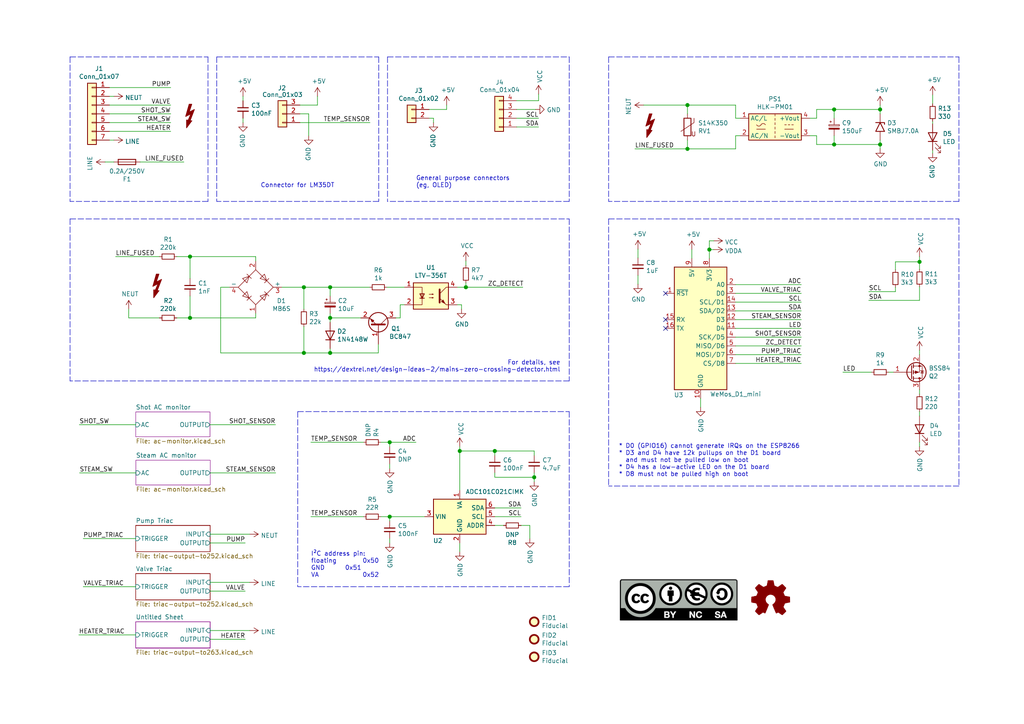
<source format=kicad_sch>
(kicad_sch (version 20201015) (generator eeschema)
  (paper "A4")
  (title_block (title "MadPresso controller") (date "2020-11-18") (rev "1.2"))
  (lib_symbols
    (symbol "Connector_Generic:Conn_01x02" (pin_names (offset 1.016) hide)
      (property "Reference" "J" (at 0 2.54 0))
      (property "Value" "Conn_01x02" (at 0 -5.08 0))
      (symbol "Conn_01x02_1_1"
        (pin passive line (at -5.08 0 0) (length 3.81) (name "Pin_1") (number "1"))
        (pin passive line (at -5.08 -2.54 0) (length 3.81) (name "Pin_2") (number "2"))
      )
    )
    (symbol "Connector_Generic:Conn_01x03" (pin_names (offset 1.016) hide)
      (property "Reference" "J" (at 0 5.08 0))
      (property "Value" "Conn_01x03" (at 0 -5.08 0))
      (symbol "Conn_01x03_1_1"
        (pin passive line (at -5.08 2.54 0) (length 3.81) (name "Pin_1") (number "1"))
        (pin passive line (at -5.08 0 0) (length 3.81) (name "Pin_2") (number "2"))
        (pin passive line (at -5.08 -2.54 0) (length 3.81) (name "Pin_3") (number "3"))
      )
    )
    (symbol "Connector_Generic:Conn_01x04" (pin_names (offset 1.016) hide)
      (property "Reference" "J" (at 0 5.08 0))
      (property "Value" "Conn_01x04" (at 0 -7.62 0))
      (symbol "Conn_01x04_1_1"
        (pin passive line (at -5.08 2.54 0) (length 3.81) (name "Pin_1") (number "1"))
        (pin passive line (at -5.08 0 0) (length 3.81) (name "Pin_2") (number "2"))
        (pin passive line (at -5.08 -2.54 0) (length 3.81) (name "Pin_3") (number "3"))
        (pin passive line (at -5.08 -5.08 0) (length 3.81) (name "Pin_4") (number "4"))
      )
    )
    (symbol "Connector_Generic:Conn_01x07" (pin_names (offset 1.016) hide)
      (property "Reference" "J" (at 0 10.16 0))
      (property "Value" "Conn_01x07" (at 0 -10.16 0))
      (symbol "Conn_01x07_1_1"
        (pin passive line (at -5.08 7.62 0) (length 3.81) (name "Pin_1") (number "1"))
        (pin passive line (at -5.08 5.08 0) (length 3.81) (name "Pin_2") (number "2"))
        (pin passive line (at -5.08 2.54 0) (length 3.81) (name "Pin_3") (number "3"))
        (pin passive line (at -5.08 0 0) (length 3.81) (name "Pin_4") (number "4"))
        (pin passive line (at -5.08 -2.54 0) (length 3.81) (name "Pin_5") (number "5"))
        (pin passive line (at -5.08 -5.08 0) (length 3.81) (name "Pin_6") (number "6"))
        (pin passive line (at -5.08 -7.62 0) (length 3.81) (name "Pin_7") (number "7"))
      )
    )
    (symbol "Converter_ACDC:HLK-PM01"
      (property "Reference" "PS" (at 0 5.08 0))
      (property "Value" "HLK-PM01" (at 0 -5.08 0))
      (symbol "HLK-PM01_1_1"
        (pin power_in line (at -10.16 2.54 0) (length 2.54) (name "AC/L") (number "1"))
        (pin power_in line (at -10.16 -2.54 0) (length 2.54) (name "AC/N") (number "2"))
        (pin power_out line (at 10.16 -2.54 180) (length 2.54) (name "-Vout") (number "3"))
        (pin power_out line (at 10.16 2.54 180) (length 2.54) (name "+Vout") (number "4"))
      )
    )
    (symbol "Device:CP_Small" (pin_numbers hide) (pin_names (offset 0.254) hide)
      (property "Reference" "C" (at 0.254 1.778 0))
      (property "Value" "CP_Small" (at 0.254 -2.032 0))
      (symbol "CP_Small_1_1"
        (pin passive line (at 0 2.54 270) (length 1.8542) (name "~") (number "1"))
        (pin passive line (at 0 -2.54 90) (length 1.8542) (name "~") (number "2"))
      )
    )
    (symbol "Device:C_Small" (pin_numbers hide) (pin_names (offset 0.254) hide)
      (property "Reference" "C" (at 0.254 1.778 0))
      (property "Value" "C_Small" (at 0.254 -2.032 0))
      (symbol "C_Small_1_1"
        (pin passive line (at 0 2.54 270) (length 2.032) (name "~") (number "1"))
        (pin passive line (at 0 -2.54 90) (length 2.032) (name "~") (number "2"))
      )
    )
    (symbol "Device:Fuse" (pin_numbers hide) (pin_names (offset 0))
      (property "Reference" "F" (at 2.032 0 90))
      (property "Value" "Fuse" (at -1.905 0 90))
      (symbol "Fuse_1_1"
        (pin passive line (at 0 3.81 270) (length 1.27) (name "~") (number "1"))
        (pin passive line (at 0 -3.81 90) (length 1.27) (name "~") (number "2"))
      )
    )
    (symbol "Device:LED" (pin_numbers hide) (pin_names (offset 1.016) hide)
      (property "Reference" "D" (at 0 2.54 0))
      (property "Value" "LED" (at 0 -2.54 0))
      (symbol "LED_1_1"
        (pin passive line (at -3.81 0 0) (length 2.54) (name "K") (number "1"))
        (pin passive line (at 3.81 0 180) (length 2.54) (name "A") (number "2"))
      )
    )
    (symbol "Device:R_Small" (pin_numbers hide) (pin_names (offset 0.254) hide)
      (property "Reference" "R" (at 0.762 0.508 0))
      (property "Value" "R_Small" (at 0.762 -1.016 0))
      (symbol "R_Small_1_1"
        (pin passive line (at 0 2.54 270) (length 0.762) (name "~") (number "1"))
        (pin passive line (at 0 -2.54 90) (length 0.762) (name "~") (number "2"))
      )
    )
    (symbol "Device:Varistor" (pin_numbers hide) (pin_names (offset 0))
      (property "Reference" "RV" (at 3.175 0 90))
      (property "Value" "Varistor" (at -3.175 0 90))
      (symbol "Varistor_0_0"
        (text "U" (at -1.778 -2.032 0) (effects (font (size 1.27 1.27))))
      )
      (symbol "Varistor_1_1"
        (pin passive line (at 0 3.81 270) (length 1.27) (name "~") (number "1"))
        (pin passive line (at 0 -3.81 90) (length 1.27) (name "~") (number "2"))
      )
    )
    (symbol "Diode:1N4148W" (pin_numbers hide) (pin_names (offset 1.016) hide)
      (property "Reference" "D" (at 0 2.54 0))
      (property "Value" "1N4148W" (at 0 -2.54 0))
      (symbol "1N4148W_1_1"
        (pin passive line (at -3.81 0 0) (length 2.54) (name "K") (number "1"))
        (pin passive line (at 3.81 0 180) (length 2.54) (name "A") (number "2"))
      )
    )
    (symbol "Diode:SM6T7V5A" (pin_numbers hide) (pin_names (offset 1.016) hide)
      (property "Reference" "D" (at 0 2.54 0))
      (property "Value" "SM6T7V5A" (at 0 -2.54 0))
      (symbol "SM6T7V5A_1_1"
        (pin passive line (at -3.81 0 0) (length 2.54) (name "A1") (number "1"))
        (pin passive line (at 3.81 0 180) (length 2.54) (name "A2") (number "2"))
      )
    )
    (symbol "Diode_Bridge:MB6S" (pin_names (offset 0))
      (property "Reference" "D" (at 2.54 6.985 0))
      (property "Value" "MB6S" (at 2.54 5.08 0))
      (symbol "MB6S_1_1"
        (pin passive line (at 0 -7.62 90) (length 2.54) (name "~~") (number "1"))
        (pin passive line (at 0 7.62 270) (length 2.54) (name "~~") (number "2"))
        (pin passive line (at 7.62 0 180) (length 2.54) (name "+") (number "3"))
        (pin passive line (at -7.62 0 0) (length 2.54) (name "-") (number "4"))
      )
    )
    (symbol "Graphic:Logo_Open_Hardware_Small" (pin_names (offset 1.016)))
    (symbol "Graphic:SYM_Flash_Small" (pin_names (offset 1.016)))
    (symbol "Isolator:LTV-356T" (pin_names (offset 1.016))
      (property "Reference" "U" (at -5.334 4.826 0))
      (property "Value" "LTV-356T" (at 0 5.08 0))
      (symbol "LTV-356T_1_1"
        (pin passive line (at -7.62 2.54 0) (length 2.54) (name "~") (number "1"))
        (pin passive line (at -7.62 -2.54 0) (length 2.54) (name "~") (number "2"))
        (pin passive line (at 7.62 -2.54 180) (length 2.54) (name "~") (number "3"))
        (pin passive line (at 7.62 2.54 180) (length 2.54) (name "~") (number "4"))
      )
    )
    (symbol "MCU_Module:WeMos_D1_mini"
      (property "Reference" "U" (at 3.81 19.05 0))
      (property "Value" "WeMos_D1_mini" (at 1.27 -19.05 0))
      (symbol "WeMos_D1_mini_1_1"
        (pin input line (at -10.16 10.16 0) (length 2.54) (name "~RST") (number "1"))
        (pin power_in line (at 0 -20.32 90) (length 2.54) (name "GND") (number "10"))
        (pin bidirectional line (at 10.16 0 180) (length 2.54) (name "D4") (number "11"))
        (pin bidirectional line (at 10.16 2.54 180) (length 2.54) (name "D3") (number "12"))
        (pin bidirectional line (at 10.16 5.08 180) (length 2.54) (name "SDA/D2") (number "13"))
        (pin bidirectional line (at 10.16 7.62 180) (length 2.54) (name "SCL/D1") (number "14"))
        (pin input line (at -10.16 2.54 0) (length 2.54) (name "RX") (number "15"))
        (pin output line (at -10.16 0 0) (length 2.54) (name "TX") (number "16"))
        (pin input line (at 10.16 12.7 180) (length 2.54) (name "A0") (number "2"))
        (pin bidirectional line (at 10.16 10.16 180) (length 2.54) (name "D0") (number "3"))
        (pin bidirectional line (at 10.16 -2.54 180) (length 2.54) (name "SCK/D5") (number "4"))
        (pin bidirectional line (at 10.16 -5.08 180) (length 2.54) (name "MISO/D6") (number "5"))
        (pin bidirectional line (at 10.16 -7.62 180) (length 2.54) (name "MOSI/D7") (number "6"))
        (pin bidirectional line (at 10.16 -10.16 180) (length 2.54) (name "CS/D8") (number "7"))
        (pin power_out line (at 2.54 20.32 270) (length 2.54) (name "3V3") (number "8"))
        (pin power_in line (at -2.54 20.32 270) (length 2.54) (name "5V") (number "9"))
      )
    )
    (symbol "MadPresso:ADC101C021CIMK_1"
      (property "Reference" "U" (at 3.81 11.43 0))
      (property "Value" "ADC101C021CIMK" (at 11.43 8.89 0))
      (symbol "ADC101C021CIMK_1_1_1"
        (pin power_in line (at 0 7.62 270) (length 2.54) (name "VA") (number "1"))
        (pin power_in line (at 0 -7.62 90) (length 2.54) (name "GND") (number "2"))
        (pin input line (at -10.16 0 0) (length 2.54) (name "VIN") (number "3"))
        (pin input line (at 10.16 -2.54 180) (length 2.54) (name "ADDR") (number "4"))
        (pin input line (at 10.16 0 180) (length 2.54) (name "SCL") (number "5"))
        (pin bidirectional line (at 10.16 2.54 180) (length 2.54) (name "SDA") (number "6"))
      )
    )
    (symbol "Mechanical:Fiducial"
      (property "Reference" "FID" (at 0 5.08 0))
      (property "Value" "Fiducial" (at 0 3.175 0))
    )
    (symbol "Transistor_BJT:BC847" (pin_names (offset 0) hide)
      (property "Reference" "Q" (at 5.08 1.905 0))
      (property "Value" "BC847" (at 5.08 0 0))
      (symbol "BC847_1_1"
        (pin input line (at -5.08 0 0) (length 5.715) (name "B") (number "1"))
        (pin passive line (at 2.54 -5.08 90) (length 2.54) (name "E") (number "2"))
        (pin passive line (at 2.54 5.08 270) (length 2.54) (name "C") (number "3"))
      )
    )
    (symbol "Transistor_FET:BSS84" (pin_names hide)
      (property "Reference" "Q" (at 5.08 1.905 0))
      (property "Value" "BSS84" (at 5.08 0 0))
      (symbol "BSS84_1_1"
        (pin input line (at -5.08 0 0) (length 2.54) (name "G") (number "1"))
        (pin passive line (at 2.54 -5.08 90) (length 2.54) (name "S") (number "2"))
        (pin passive line (at 2.54 5.08 270) (length 2.54) (name "D") (number "3"))
      )
    )
    (symbol "power:+5V" (power) (pin_names (offset 0))
      (property "Value" "+5V" (at 0 3.556 0))
      (symbol "+5V_1_1"
        (pin power_in line (at 0 0 90) (length 0) hide (name "+5V") (number "1"))
      )
    )
    (symbol "power:GND" (power) (pin_names (offset 0))
      (property "Value" "GND" (at 0 -3.81 0))
      (symbol "GND_1_1"
        (pin power_in line (at 0 0 270) (length 0) hide (name "GND") (number "1"))
      )
    )
    (symbol "power:LINE" (power) (pin_names (offset 0))
      (property "Value" "LINE" (at 0 3.81 0))
      (symbol "LINE_1_1"
        (pin power_in line (at 0 0 90) (length 0) hide (name "LINE") (number "1"))
      )
    )
    (symbol "power:NEUT" (power) (pin_names (offset 0))
      (property "Value" "NEUT" (at 0 3.81 0))
      (symbol "NEUT_1_1"
        (pin power_in line (at 0 0 90) (length 0) hide (name "NEUT") (number "1"))
      )
    )
    (symbol "power:VCC" (power) (pin_names (offset 0))
      (property "Value" "VCC" (at 0 3.81 0))
      (symbol "VCC_1_1"
        (pin power_in line (at 0 0 90) (length 0) hide (name "VCC") (number "1"))
      )
    )
    (symbol "power:VDDA" (power) (pin_names (offset 0))
      (property "Value" "VDDA" (at 0 3.81 0))
      (symbol "VDDA_1_1"
        (pin power_in line (at 0 0 90) (length 0) hide (name "VDDA") (number "1"))
      )
    )
  )
  (junction (at 55.118 74.422) (diameter 1.016))
  (junction (at 55.118 92.202) (diameter 1.016))
  (junction (at 88.138 83.312) (diameter 1.016))
  (junction (at 88.138 102.362) (diameter 1.016))
  (junction (at 95.758 83.312) (diameter 1.016))
  (junction (at 95.758 92.202) (diameter 1.016))
  (junction (at 95.758 102.362) (diameter 1.016))
  (junction (at 113.03 128.27) (diameter 1.016))
  (junction (at 113.03 149.86) (diameter 1.016))
  (junction (at 133.35 130.81) (diameter 1.016))
  (junction (at 135.128 83.312) (diameter 1.016))
  (junction (at 143.51 130.81) (diameter 1.016))
  (junction (at 154.94 138.43) (diameter 1.016))
  (junction (at 199.39 30.48) (diameter 1.016))
  (junction (at 199.39 43.18) (diameter 1.016))
  (junction (at 205.74 72.39) (diameter 1.016))
  (junction (at 241.935 31.75) (diameter 1.016))
  (junction (at 241.935 41.91) (diameter 1.016))
  (junction (at 255.27 31.75) (diameter 1.016))
  (junction (at 255.27 41.91) (diameter 1.016))
  (junction (at 266.7 75.946) (diameter 1.016))
  (no_connect (at 193.04 92.71))
  (no_connect (at 193.04 85.09))
  (no_connect (at 193.04 95.25))
  (wire (pts (xy 22.86 184.15) (xy 39.37 184.15)))
  (wire (pts (xy 23.0124 123.19) (xy 39.37 123.19)))
  (wire (pts (xy 23.0632 137.16) (xy 39.4208 137.16)))
  (wire (pts (xy 30.48 46.99) (xy 33.02 46.99)))
  (wire (pts (xy 31.75 25.4) (xy 49.53 25.4)))
  (wire (pts (xy 31.75 27.94) (xy 33.02 27.94)))
  (wire (pts (xy 31.75 30.48) (xy 49.53 30.48)))
  (wire (pts (xy 31.75 33.02) (xy 49.53 33.02)))
  (wire (pts (xy 31.75 35.56) (xy 49.53 35.56)))
  (wire (pts (xy 31.75 38.1) (xy 49.53 38.1)))
  (wire (pts (xy 31.75 40.64) (xy 33.02 40.64)))
  (wire (pts (xy 33.528 74.422) (xy 46.228 74.422)))
  (wire (pts (xy 37.338 92.202) (xy 37.338 89.662)))
  (wire (pts (xy 37.338 92.202) (xy 46.228 92.202)))
  (wire (pts (xy 39.37 156.21) (xy 24.13 156.21)))
  (wire (pts (xy 39.37 170.18) (xy 24.13 170.18)))
  (wire (pts (xy 40.64 46.99) (xy 53.34 46.99)))
  (wire (pts (xy 51.308 74.422) (xy 55.118 74.422)))
  (wire (pts (xy 51.308 92.202) (xy 55.118 92.202)))
  (wire (pts (xy 55.118 74.422) (xy 55.118 80.772)))
  (wire (pts (xy 55.118 74.422) (xy 74.168 74.422)))
  (wire (pts (xy 55.118 85.852) (xy 55.118 92.202)))
  (wire (pts (xy 55.118 92.202) (xy 74.168 92.202)))
  (wire (pts (xy 60.9092 123.19) (xy 79.9084 123.19)))
  (wire (pts (xy 60.96 137.16) (xy 79.9592 137.16)))
  (wire (pts (xy 60.96 154.94) (xy 72.39 154.94)))
  (wire (pts (xy 60.96 157.48) (xy 71.12 157.48)))
  (wire (pts (xy 60.96 168.91) (xy 72.39 168.91)))
  (wire (pts (xy 60.96 171.45) (xy 71.12 171.45)))
  (wire (pts (xy 60.96 182.88) (xy 72.39 182.88)))
  (wire (pts (xy 60.96 185.42) (xy 71.12 185.42)))
  (wire (pts (xy 64.008 83.312) (xy 64.008 102.362)))
  (wire (pts (xy 66.548 83.312) (xy 64.008 83.312)))
  (wire (pts (xy 70.485 27.94) (xy 70.485 29.21)))
  (wire (pts (xy 70.485 34.29) (xy 70.485 35.56)))
  (wire (pts (xy 74.168 74.422) (xy 74.168 75.692)))
  (wire (pts (xy 74.168 90.932) (xy 74.168 92.202)))
  (wire (pts (xy 81.788 83.312) (xy 88.138 83.312)))
  (wire (pts (xy 86.995 30.48) (xy 92.075 30.48)))
  (wire (pts (xy 86.995 33.02) (xy 89.535 33.02)))
  (wire (pts (xy 86.995 35.56) (xy 107.315 35.56)))
  (wire (pts (xy 88.138 83.312) (xy 88.138 89.662)))
  (wire (pts (xy 88.138 83.312) (xy 95.758 83.312)))
  (wire (pts (xy 88.138 94.742) (xy 88.138 102.362)))
  (wire (pts (xy 88.138 102.362) (xy 64.008 102.362)))
  (wire (pts (xy 88.138 102.362) (xy 95.758 102.362)))
  (wire (pts (xy 89.535 33.02) (xy 89.535 39.37)))
  (wire (pts (xy 90.17 128.27) (xy 105.41 128.27)))
  (wire (pts (xy 90.17 149.86) (xy 105.41 149.86)))
  (wire (pts (xy 92.075 30.48) (xy 92.075 27.94)))
  (wire (pts (xy 95.758 83.312) (xy 95.758 85.852)))
  (wire (pts (xy 95.758 83.312) (xy 107.188 83.312)))
  (wire (pts (xy 95.758 90.932) (xy 95.758 92.202)))
  (wire (pts (xy 95.758 92.202) (xy 95.758 93.472)))
  (wire (pts (xy 95.758 102.362) (xy 95.758 101.092)))
  (wire (pts (xy 95.758 102.362) (xy 109.728 102.362)))
  (wire (pts (xy 104.648 92.202) (xy 95.758 92.202)))
  (wire (pts (xy 109.728 102.362) (xy 109.728 99.822)))
  (wire (pts (xy 110.49 149.86) (xy 113.03 149.86)))
  (wire (pts (xy 112.268 83.312) (xy 117.348 83.312)))
  (wire (pts (xy 113.03 128.27) (xy 110.49 128.27)))
  (wire (pts (xy 113.03 128.27) (xy 113.03 129.54)))
  (wire (pts (xy 113.03 134.62) (xy 113.03 135.89)))
  (wire (pts (xy 113.03 149.86) (xy 113.03 151.13)))
  (wire (pts (xy 113.03 149.86) (xy 123.19 149.86)))
  (wire (pts (xy 113.03 156.21) (xy 113.03 157.48)))
  (wire (pts (xy 114.808 92.202) (xy 116.078 92.202)))
  (wire (pts (xy 116.078 88.392) (xy 116.078 92.202)))
  (wire (pts (xy 116.078 88.392) (xy 117.348 88.392)))
  (wire (pts (xy 120.65 128.27) (xy 113.03 128.27)))
  (wire (pts (xy 124.46 31.75) (xy 129.54 31.75)))
  (wire (pts (xy 124.46 34.29) (xy 125.73 34.29)))
  (wire (pts (xy 125.73 34.29) (xy 125.73 35.56)))
  (wire (pts (xy 129.54 31.75) (xy 129.54 30.48)))
  (wire (pts (xy 132.588 83.312) (xy 135.128 83.312)))
  (wire (pts (xy 132.588 88.392) (xy 133.858 88.392)))
  (wire (pts (xy 133.35 129.54) (xy 133.35 130.81)))
  (wire (pts (xy 133.35 130.81) (xy 133.35 142.24)))
  (wire (pts (xy 133.35 130.81) (xy 143.51 130.81)))
  (wire (pts (xy 133.35 157.48) (xy 133.35 160.02)))
  (wire (pts (xy 133.858 88.392) (xy 133.858 89.662)))
  (wire (pts (xy 135.128 76.962) (xy 135.128 75.692)))
  (wire (pts (xy 135.128 82.042) (xy 135.128 83.312)))
  (wire (pts (xy 135.128 83.312) (xy 151.638 83.312)))
  (wire (pts (xy 143.51 130.81) (xy 143.51 132.08)))
  (wire (pts (xy 143.51 130.81) (xy 154.94 130.81)))
  (wire (pts (xy 143.51 137.16) (xy 143.51 138.43)))
  (wire (pts (xy 143.51 138.43) (xy 154.94 138.43)))
  (wire (pts (xy 143.51 147.32) (xy 151.13 147.32)))
  (wire (pts (xy 143.51 149.86) (xy 151.13 149.86)))
  (wire (pts (xy 143.51 152.4) (xy 146.05 152.4)))
  (wire (pts (xy 149.86 29.21) (xy 156.21 29.21)))
  (wire (pts (xy 149.86 31.75) (xy 155.321 31.75)))
  (wire (pts (xy 149.86 34.29) (xy 156.21 34.29)))
  (wire (pts (xy 149.86 36.83) (xy 156.21 36.83)))
  (wire (pts (xy 151.13 152.4) (xy 153.67 152.4)))
  (wire (pts (xy 153.67 152.4) (xy 153.67 156.21)))
  (wire (pts (xy 154.94 130.81) (xy 154.94 132.08)))
  (wire (pts (xy 154.94 138.43) (xy 154.94 137.16)))
  (wire (pts (xy 154.94 138.43) (xy 154.94 139.7)))
  (wire (pts (xy 156.21 29.21) (xy 156.21 27.305)))
  (wire (pts (xy 184.15 43.18) (xy 199.39 43.18)))
  (wire (pts (xy 185.039 72.263) (xy 185.039 74.803)))
  (wire (pts (xy 185.039 79.883) (xy 185.039 82.423)))
  (wire (pts (xy 186.69 30.48) (xy 199.39 30.48)))
  (wire (pts (xy 199.39 30.48) (xy 213.36 30.48)))
  (wire (pts (xy 199.39 33.02) (xy 199.39 30.48)))
  (wire (pts (xy 199.39 43.18) (xy 199.39 40.64)))
  (wire (pts (xy 199.39 43.18) (xy 213.36 43.18)))
  (wire (pts (xy 200.66 72.39) (xy 200.66 74.93)))
  (wire (pts (xy 203.2 115.57) (xy 203.2 118.11)))
  (wire (pts (xy 205.74 69.85) (xy 207.01 69.85)))
  (wire (pts (xy 205.74 72.39) (xy 205.74 69.85)))
  (wire (pts (xy 205.74 72.39) (xy 205.74 74.93)))
  (wire (pts (xy 205.74 72.39) (xy 207.01 72.39)))
  (wire (pts (xy 213.36 34.29) (xy 213.36 30.48)))
  (wire (pts (xy 213.36 34.29) (xy 214.63 34.29)))
  (wire (pts (xy 213.36 39.37) (xy 213.36 43.18)))
  (wire (pts (xy 213.36 39.37) (xy 214.63 39.37)))
  (wire (pts (xy 213.36 82.55) (xy 232.41 82.55)))
  (wire (pts (xy 213.36 85.09) (xy 232.41 85.09)))
  (wire (pts (xy 213.36 87.63) (xy 232.41 87.63)))
  (wire (pts (xy 213.36 90.17) (xy 232.41 90.17)))
  (wire (pts (xy 213.36 92.71) (xy 232.41 92.71)))
  (wire (pts (xy 213.36 95.25) (xy 232.41 95.25)))
  (wire (pts (xy 213.36 97.79) (xy 232.41 97.79)))
  (wire (pts (xy 213.36 100.33) (xy 232.41 100.33)))
  (wire (pts (xy 213.36 102.87) (xy 232.41 102.87)))
  (wire (pts (xy 213.36 105.41) (xy 232.41 105.41)))
  (wire (pts (xy 234.95 34.29) (xy 236.855 34.29)))
  (wire (pts (xy 234.95 39.37) (xy 236.855 39.37)))
  (wire (pts (xy 236.855 31.75) (xy 236.855 34.29)))
  (wire (pts (xy 236.855 31.75) (xy 241.935 31.75)))
  (wire (pts (xy 236.855 39.37) (xy 236.855 41.91)))
  (wire (pts (xy 236.855 41.91) (xy 241.935 41.91)))
  (wire (pts (xy 241.935 31.75) (xy 241.935 34.29)))
  (wire (pts (xy 241.935 31.75) (xy 255.27 31.75)))
  (wire (pts (xy 241.935 39.37) (xy 241.935 41.91)))
  (wire (pts (xy 241.935 41.91) (xy 255.27 41.91)))
  (wire (pts (xy 244.475 107.95) (xy 252.73 107.95)))
  (wire (pts (xy 251.968 84.582) (xy 259.715 84.582)))
  (wire (pts (xy 251.968 87.122) (xy 266.7 87.122)) (stroke (width 0.1524)))
  (wire (pts (xy 255.27 31.75) (xy 255.27 30.48)))
  (wire (pts (xy 255.27 33.02) (xy 255.27 31.75)))
  (wire (pts (xy 255.27 40.64) (xy 255.27 41.91)))
  (wire (pts (xy 255.27 41.91) (xy 255.27 43.18)))
  (wire (pts (xy 257.81 107.95) (xy 259.08 107.95)))
  (wire (pts (xy 259.715 75.946) (xy 266.7 75.946)))
  (wire (pts (xy 259.715 78.232) (xy 259.715 75.946)))
  (wire (pts (xy 259.715 84.582) (xy 259.715 83.312)))
  (wire (pts (xy 266.7 74.422) (xy 266.7 75.946)))
  (wire (pts (xy 266.7 75.946) (xy 266.7 78.105)))
  (wire (pts (xy 266.7 83.185) (xy 266.7 87.122)))
  (wire (pts (xy 266.7 101.6) (xy 266.7 102.87)))
  (wire (pts (xy 266.7 113.03) (xy 266.7 114.3)))
  (wire (pts (xy 266.7 119.38) (xy 266.7 120.65)))
  (wire (pts (xy 266.7 128.27) (xy 266.7 129.54)))
  (wire (pts (xy 270.51 27.559) (xy 270.51 30.099)))
  (wire (pts (xy 270.51 35.179) (xy 270.51 35.941)))
  (wire (pts (xy 270.51 43.561) (xy 270.51 44.45)))
  (polyline (pts (xy 20.32 16.51) (xy 20.32 58.42)) (stroke (width 0) (type dash)))
  (polyline (pts (xy 20.32 16.51) (xy 60.325 16.51)) (stroke (width 0) (type dash)))
  (polyline (pts (xy 20.32 63.5) (xy 20.32 110.49)) (stroke (width 0) (type dash)))
  (polyline (pts (xy 20.32 63.5) (xy 165.1 63.5)) (stroke (width 0) (type dash)))
  (polyline (pts (xy 60.325 16.51) (xy 60.325 58.42)) (stroke (width 0) (type dash)))
  (polyline (pts (xy 60.325 58.42) (xy 20.32 58.42)) (stroke (width 0) (type dash)))
  (polyline (pts (xy 62.865 16.51) (xy 62.865 58.42)) (stroke (width 0) (type dash)))
  (polyline (pts (xy 62.865 16.51) (xy 109.855 16.51)) (stroke (width 0) (type dash)))
  (polyline (pts (xy 86.36 119.38) (xy 86.36 170.18)) (stroke (width 0) (type dash)))
  (polyline (pts (xy 86.36 119.38) (xy 165.1 119.38)) (stroke (width 0) (type dash)))
  (polyline (pts (xy 109.855 16.51) (xy 109.855 58.42)) (stroke (width 0) (type dash)))
  (polyline (pts (xy 109.855 58.42) (xy 62.865 58.42)) (stroke (width 0) (type dash)))
  (polyline (pts (xy 112.395 16.51) (xy 112.395 58.42)) (stroke (width 0) (type dash)))
  (polyline (pts (xy 112.395 16.51) (xy 165.1 16.51)) (stroke (width 0) (type dash)))
  (polyline (pts (xy 165.1 16.51) (xy 165.1 58.42)) (stroke (width 0) (type dash)))
  (polyline (pts (xy 165.1 58.42) (xy 112.395 58.42)) (stroke (width 0) (type dash)))
  (polyline (pts (xy 165.1 63.5) (xy 165.1 110.49)) (stroke (width 0) (type dash)))
  (polyline (pts (xy 165.1 110.49) (xy 20.32 110.49)) (stroke (width 0) (type dash)))
  (polyline (pts (xy 165.1 119.38) (xy 165.1 170.18)) (stroke (width 0) (type dash)))
  (polyline (pts (xy 165.1 170.18) (xy 86.36 170.18)) (stroke (width 0) (type dash)))
  (polyline (pts (xy 176.53 16.51) (xy 176.53 58.42)) (stroke (width 0) (type dash)))
  (polyline (pts (xy 176.53 16.51) (xy 278.13 16.51)) (stroke (width 0) (type dash)))
  (polyline (pts (xy 176.53 63.5) (xy 176.53 140.97)) (stroke (width 0) (type dash)))
  (polyline (pts (xy 176.53 63.5) (xy 278.13 63.5)) (stroke (width 0) (type dash)))
  (polyline (pts (xy 278.13 16.51) (xy 278.13 58.42)) (stroke (width 0) (type dash)))
  (polyline (pts (xy 278.13 58.42) (xy 176.53 58.42)) (stroke (width 0) (type dash)))
  (polyline (pts (xy 278.13 63.5) (xy 278.13 140.97)) (stroke (width 0) (type dash)))
  (polyline (pts (xy 278.13 140.97) (xy 176.53 140.97)) (stroke (width 0) (type dash)))
  (image (at 196.85 173.99))
  (text "Connector for LM35DT" (at 75.565 54.61 0) (effects (font (size 1.27 1.27)) (justify left bottom)))
  (text "I²C address pin:\nfloating 	0x50\nGND		0x51\nVA			0x52" (at 90.17 167.64 0) (effects (font (size 1.27 1.27)) (justify left bottom)))
  (text "General purpose connectors\n(eg, OLED)" (at 120.65 54.61 0) (effects (font (size 1.27 1.27)) (justify left bottom)))
  (text "For details, see\nhttps://dextrel.net/design-ideas-2/mains-zero-crossing-detector.html\n" (at 162.56 108.077 0) (effects (font (size 1.27 1.27)) (justify right bottom)))
  (text "* D0 (GPIO16) cannot generate IRQs on the ESP8266\n* D3 and D4 have 12k pullups on the D1 board\n  and must not be pulled low on boot\n* D4 has a low-active LED on the D1 board\n* D8 must not be pulled high on boot\n\n" (at 179.451 140.462 0) (effects (font (size 1.27 1.27)) (justify left bottom)))
  (label "HEATER_TRIAC" (at 22.86 184.15 0))
  (label "SHOT_SW" (at 23.0124 123.19 0))
  (label "STEAM_SW" (at 23.0632 137.16 0))
  (label "PUMP_TRIAC" (at 24.13 156.21 0))
  (label "VALVE_TRIAC" (at 24.13 170.18 0))
  (label "LINE_FUSED" (at 33.528 74.422 0))
  (label "PUMP" (at 49.53 25.4 180))
  (label "VALVE" (at 49.53 30.48 180))
  (label "SHOT_SW" (at 49.53 33.02 180))
  (label "STEAM_SW" (at 49.53 35.56 180))
  (label "HEATER" (at 49.53 38.1 180))
  (label "LINE_FUSED" (at 53.34 46.99 180))
  (label "PUMP" (at 71.12 157.48 180))
  (label "VALVE" (at 71.12 171.45 180))
  (label "HEATER" (at 71.12 185.42 180))
  (label "SHOT_SENSOR" (at 79.9084 123.19 180))
  (label "STEAM_SENSOR" (at 79.9592 137.16 180))
  (label "TEMP_SENSOR" (at 90.17 128.27 0))
  (label "TEMP_SENSOR" (at 90.17 149.86 0))
  (label "TEMP_SENSOR" (at 107.315 35.56 180))
  (label "ADC" (at 120.65 128.27 180))
  (label "ZC_DETECT" (at 141.478 83.312 0))
  (label "SDA" (at 151.13 147.32 180))
  (label "SCL" (at 151.13 149.86 180))
  (label "SCL" (at 156.21 34.29 180))
  (label "SDA" (at 156.21 36.83 180))
  (label "LINE_FUSED" (at 184.15 43.18 0))
  (label "ADC" (at 232.41 82.55 180))
  (label "VALVE_TRIAC" (at 232.41 85.09 180))
  (label "SCL" (at 232.41 87.63 180))
  (label "SDA" (at 232.41 90.17 180))
  (label "STEAM_SENSOR" (at 232.41 92.71 180))
  (label "LED" (at 232.41 95.25 180))
  (label "SHOT_SENSOR" (at 232.41 97.79 180))
  (label "ZC_DETECT" (at 232.41 100.33 180))
  (label "PUMP_TRIAC" (at 232.41 102.87 180))
  (label "HEATER_TRIAC" (at 232.41 105.41 180))
  (label "LED" (at 244.475 107.95 0))
  (label "SCL" (at 251.968 84.582 0))
  (label "SDA" (at 251.968 87.122 0))
  (symbol (lib_id "power:LINE") (at 30.48 46.99 90) (mirror x) (unit 1)
    (property "Reference" "#PWR04" (effects hide))
    (property "Value" "LINE" (at 26.0858 47.371 0))
  )
  (symbol (lib_id "power:NEUT") (at 33.02 27.94 270) (unit 1)
    (property "Reference" "#PWR02" (effects hide))
    (property "Value" "NEUT" (at 36.2712 28.321 90) (effects (justify left)))
  )
  (symbol (lib_id "power:LINE") (at 33.02 40.64 270) (unit 1)
    (property "Reference" "#PWR01" (effects hide))
    (property "Value" "LINE" (at 36.2712 41.021 90) (effects (justify left)))
  )
  (symbol (lib_id "power:NEUT") (at 37.338 89.662 0) (unit 1)
    (property "Reference" "#PWR03" (effects hide))
    (property "Value" "NEUT" (at 37.719 85.2678 0))
  )
  (symbol (lib_id "power:+5V") (at 70.485 27.94 0) (unit 1)
    (property "Reference" "#PWR05" (effects hide))
    (property "Value" "+5V" (at 70.866 23.5458 0))
  )
  (symbol (lib_id "power:NEUT") (at 72.39 154.94 270) (unit 1)
    (property "Reference" "#PWR0103" (effects hide))
    (property "Value" "NEUT" (at 75.6412 155.321 90) (effects (justify left)))
  )
  (symbol (lib_id "power:LINE") (at 72.39 168.91 270) (unit 1)
    (property "Reference" "#PWR0102" (effects hide))
    (property "Value" "LINE" (at 75.6412 169.291 90) (effects (justify left)))
  )
  (symbol (lib_id "power:LINE") (at 72.39 182.88 270) (unit 1)
    (property "Reference" "#PWR0101" (effects hide))
    (property "Value" "LINE" (at 75.6412 183.261 90) (effects (justify left)))
  )
  (symbol (lib_id "power:+5V") (at 92.075 27.94 0) (unit 1)
    (property "Reference" "#PWR010" (effects hide))
    (property "Value" "+5V" (at 92.456 23.5458 0))
  )
  (symbol (lib_id "power:+5V") (at 129.54 30.48 0) (unit 1)
    (property "Reference" "#PWR016" (effects hide))
    (property "Value" "+5V" (at 129.921 26.0858 0))
  )
  (symbol (lib_id "power:VCC") (at 133.35 129.54 0) (unit 1)
    (property "Reference" "#PWR011" (effects hide))
    (property "Value" "VCC" (at 133.731 126.2888 90) (effects (justify left)))
  )
  (symbol (lib_id "power:VCC") (at 135.128 75.692 0) (unit 1)
    (property "Reference" "#PWR014" (effects hide))
    (property "Value" "VCC" (at 135.509 71.2978 0))
  )
  (symbol (lib_id "power:VCC") (at 156.21 27.305 0) (unit 1)
    (property "Reference" "#PWR020" (effects hide))
    (property "Value" "VCC" (at 156.591 24.0538 90) (effects (justify left)))
  )
  (symbol (lib_id "power:+5V") (at 185.039 72.263 0) (unit 1)
    (property "Reference" "#PWR021" (effects hide))
    (property "Value" "+5V" (at 185.42 67.8688 0))
  )
  (symbol (lib_id "power:NEUT") (at 186.69 30.48 90) (mirror x) (unit 1)
    (property "Reference" "#PWR023" (effects hide))
    (property "Value" "NEUT" (at 182.2958 30.861 0))
  )
  (symbol (lib_id "power:+5V") (at 200.66 72.39 0) (unit 1)
    (property "Reference" "#PWR024" (effects hide))
    (property "Value" "+5V" (at 201.041 67.9958 0))
  )
  (symbol (lib_id "power:VCC") (at 207.01 69.85 270) (unit 1)
    (property "Reference" "#PWR026" (effects hide))
    (property "Value" "VCC" (at 210.2612 70.231 90) (effects (justify left)))
  )
  (symbol (lib_id "power:VDDA") (at 207.01 72.39 270) (unit 1)
    (property "Reference" "#PWR027" (effects hide))
    (property "Value" "VDDA" (at 210.2612 72.771 90) (effects (justify left)))
  )
  (symbol (lib_id "power:+5V") (at 255.27 30.48 0) (unit 1)
    (property "Reference" "#PWR028" (effects hide))
    (property "Value" "+5V" (at 255.651 26.0858 0))
  )
  (symbol (lib_id "power:VCC") (at 266.7 74.422 0) (unit 1)
    (property "Reference" "#PWR030" (effects hide))
    (property "Value" "VCC" (at 267.081 71.1708 90) (effects (justify left)))
  )
  (symbol (lib_id "power:VCC") (at 266.7 101.6 0) (unit 1)
    (property "Reference" "#PWR031" (effects hide))
    (property "Value" "VCC" (at 267.081 98.3488 90) (effects (justify left)))
  )
  (symbol (lib_id "power:+5V") (at 270.51 27.559 0) (unit 1)
    (property "Reference" "#PWR033" (effects hide))
    (property "Value" "+5V" (at 270.891 23.1648 0))
  )
  (symbol (lib_id "power:GND") (at 70.485 35.56 0) (mirror y) (unit 1)
    (property "Reference" "#PWR06" (effects hide))
    (property "Value" "GND" (at 70.358 38.8112 90) (effects (justify right)))
  )
  (symbol (lib_id "power:GND") (at 89.535 39.37 0) (mirror y) (unit 1)
    (property "Reference" "#PWR09" (effects hide))
    (property "Value" "GND" (at 89.408 42.6212 90) (effects (justify right)))
  )
  (symbol (lib_id "power:GND") (at 113.03 135.89 0) (unit 1)
    (property "Reference" "#PWR07" (effects hide))
    (property "Value" "GND" (at 113.157 139.1412 90) (effects (justify right)))
  )
  (symbol (lib_id "power:GND") (at 113.03 157.48 0) (unit 1)
    (property "Reference" "#PWR08" (effects hide))
    (property "Value" "GND" (at 113.157 160.7312 90) (effects (justify right)))
  )
  (symbol (lib_id "power:GND") (at 125.73 35.56 0) (mirror y) (unit 1)
    (property "Reference" "#PWR015" (effects hide))
    (property "Value" "GND" (at 125.603 38.8112 90) (effects (justify right)))
  )
  (symbol (lib_id "power:GND") (at 133.35 160.02 0) (unit 1)
    (property "Reference" "#PWR012" (effects hide))
    (property "Value" "GND" (at 133.477 163.2712 90) (effects (justify right)))
  )
  (symbol (lib_id "power:GND") (at 133.858 89.662 0) (unit 1)
    (property "Reference" "#PWR013" (effects hide))
    (property "Value" "GND" (at 133.985 94.0562 0))
  )
  (symbol (lib_id "power:GND") (at 153.67 156.21 0) (unit 1)
    (property "Reference" "#PWR017" (effects hide))
    (property "Value" "GND" (at 153.797 159.4612 90) (effects (justify right)))
  )
  (symbol (lib_id "power:GND") (at 154.94 139.7 0) (unit 1)
    (property "Reference" "#PWR018" (effects hide))
    (property "Value" "GND" (at 155.067 142.9512 90) (effects (justify right)))
  )
  (symbol (lib_id "power:GND") (at 155.321 31.75 90) (mirror x) (unit 1)
    (property "Reference" "#PWR019" (effects hide))
    (property "Value" "GND" (at 158.5722 31.877 90) (effects (justify right)))
  )
  (symbol (lib_id "power:GND") (at 185.039 82.423 0) (unit 1)
    (property "Reference" "#PWR022" (effects hide))
    (property "Value" "GND" (at 185.166 86.8172 0))
  )
  (symbol (lib_id "power:GND") (at 203.2 118.11 0) (unit 1)
    (property "Reference" "#PWR025" (effects hide))
    (property "Value" "GND" (at 203.327 121.3612 90) (effects (justify right)))
  )
  (symbol (lib_id "power:GND") (at 255.27 43.18 0) (unit 1)
    (property "Reference" "#PWR029" (effects hide))
    (property "Value" "GND" (at 255.397 47.5742 0))
  )
  (symbol (lib_id "power:GND") (at 266.7 129.54 0) (unit 1)
    (property "Reference" "#PWR032" (effects hide))
    (property "Value" "GND" (at 266.827 132.7912 90) (effects (justify right)))
  )
  (symbol (lib_id "power:GND") (at 270.51 44.45 0) (mirror y) (unit 1)
    (property "Reference" "#PWR034" (effects hide))
    (property "Value" "GND" (at 270.383 47.7012 90) (effects (justify right)))
  )
  (symbol (lib_id "Mechanical:Fiducial") (at 154.94 180.34 0) (unit 1) (in_bom no)
    (property "Reference" "FID1" (at 157.0991 179.1906 0) (effects (justify left)))
    (property "Value" "Fiducial" (at 157.0991 181.4893 0) (effects (justify left)))
    (property "Footprint" "Fiducial:Fiducial_0.5mm_Mask1mm" (effects hide))
  )
  (symbol (lib_id "Mechanical:Fiducial") (at 154.94 185.42 0) (unit 1) (in_bom no)
    (property "Reference" "FID2" (at 157.0991 184.2706 0) (effects (justify left)))
    (property "Value" "Fiducial" (at 157.0991 186.5693 0) (effects (justify left)))
    (property "Footprint" "Fiducial:Fiducial_0.5mm_Mask1mm" (effects hide))
  )
  (symbol (lib_id "Mechanical:Fiducial") (at 154.94 190.5 0) (unit 1) (in_bom no)
    (property "Reference" "FID3" (at 157.0991 189.3506 0) (effects (justify left)))
    (property "Value" "Fiducial" (at 157.0991 191.6493 0) (effects (justify left)))
    (property "Footprint" "Fiducial:Fiducial_0.5mm_Mask1mm" (effects hide))
  )
  (symbol (lib_id "Device:R_Small") (at 48.768 74.422 90) (unit 1)
    (property "Reference" "R1" (at 48.768 69.4436 90))
    (property "Value" "220k" (at 48.768 71.755 90))
    (property "Footprint" "Resistor_SMD:R_1206_3216Metric_Pad1.30x1.75mm_HandSolder" (effects hide))
  )
  (symbol (lib_id "Device:R_Small") (at 48.768 92.202 90) (unit 1)
    (property "Reference" "R2" (at 48.768 87.2236 90))
    (property "Value" "220k" (at 48.768 89.535 90))
    (property "Footprint" "Resistor_SMD:R_1206_3216Metric_Pad1.30x1.75mm_HandSolder" (effects hide))
  )
  (symbol (lib_id "Device:R_Small") (at 88.138 92.202 180) (unit 1)
    (property "Reference" "R3" (at 89.6366 91.0336 0) (effects (justify right)))
    (property "Value" "22k" (at 89.6366 93.345 0) (effects (justify right)))
    (property "Footprint" "Resistor_SMD:R_0603_1608Metric_Pad0.98x0.95mm_HandSolder" (effects hide))
  )
  (symbol (lib_id "Device:R_Small") (at 107.95 128.27 90) (mirror x) (unit 1)
    (property "Reference" "R4" (at 109.1184 126.7714 0) (effects (justify right)))
    (property "Value" "DNP" (at 106.807 126.7714 0) (effects (justify right)))
    (property "Footprint" "Resistor_SMD:R_0603_1608Metric_Pad0.98x0.95mm_HandSolder" (effects hide))
  )
  (symbol (lib_id "Device:R_Small") (at 107.95 149.86 270) (unit 1)
    (property "Reference" "R5" (at 107.95 144.8816 90))
    (property "Value" "22R" (at 107.95 147.193 90))
    (property "Footprint" "Resistor_SMD:R_0603_1608Metric_Pad0.98x0.95mm_HandSolder" (effects hide))
  )
  (symbol (lib_id "Device:R_Small") (at 109.728 83.312 270) (unit 1)
    (property "Reference" "R6" (at 109.728 78.3336 90))
    (property "Value" "1k" (at 109.728 80.645 90))
    (property "Footprint" "Resistor_SMD:R_0603_1608Metric_Pad0.98x0.95mm_HandSolder" (effects hide))
  )
  (symbol (lib_id "Device:R_Small") (at 135.128 79.502 180) (unit 1)
    (property "Reference" "R7" (at 136.6266 78.3336 0) (effects (justify right)))
    (property "Value" "4k7" (at 136.6266 80.645 0) (effects (justify right)))
    (property "Footprint" "Resistor_SMD:R_0603_1608Metric_Pad0.98x0.95mm_HandSolder" (effects hide))
  )
  (symbol (lib_id "Device:R_Small") (at 148.59 152.4 90) (unit 1)
    (property "Reference" "R8" (at 148.59 157.3784 90))
    (property "Value" "DNP" (at 148.59 155.067 90))
    (property "Footprint" "Resistor_SMD:R_0603_1608Metric_Pad0.98x0.95mm_HandSolder" (effects hide))
  )
  (symbol (lib_id "Device:R_Small") (at 255.27 107.95 90) (mirror x) (unit 1)
    (property "Reference" "R9" (at 255.27 102.9716 90))
    (property "Value" "1k" (at 255.27 105.283 90))
    (property "Footprint" "Resistor_SMD:R_0603_1608Metric_Pad0.98x0.95mm_HandSolder" (effects hide))
  )
  (symbol (lib_id "Device:R_Small") (at 259.715 80.772 180) (unit 1)
    (property "Reference" "R10" (at 261.2136 79.6036 0) (effects (justify right)))
    (property "Value" "3k3" (at 261.2136 81.915 0) (effects (justify right)))
    (property "Footprint" "Resistor_SMD:R_0603_1608Metric_Pad0.98x0.95mm_HandSolder" (effects hide))
  )
  (symbol (lib_id "Device:R_Small") (at 266.7 80.645 180) (unit 1)
    (property "Reference" "R11" (at 268.1986 79.4766 0) (effects (justify right)))
    (property "Value" "3k3" (at 268.1986 81.788 0) (effects (justify right)))
    (property "Footprint" "Resistor_SMD:R_0603_1608Metric_Pad0.98x0.95mm_HandSolder" (effects hide))
  )
  (symbol (lib_id "Device:R_Small") (at 266.7 116.84 180) (unit 1)
    (property "Reference" "R12" (at 268.1986 115.6716 0) (effects (justify right)))
    (property "Value" "220" (at 268.1986 117.983 0) (effects (justify right)))
    (property "Footprint" "Resistor_SMD:R_0603_1608Metric_Pad0.98x0.95mm_HandSolder" (effects hide))
  )
  (symbol (lib_id "Device:R_Small") (at 270.51 32.639 180) (unit 1)
    (property "Reference" "R13" (at 272.0086 31.4706 0) (effects (justify right)))
    (property "Value" "330" (at 272.0086 33.782 0) (effects (justify right)))
    (property "Footprint" "Resistor_SMD:R_0603_1608Metric_Pad0.98x0.95mm_HandSolder" (effects hide))
  )
  (symbol (lib_id "Device:Fuse") (at 36.83 46.99 90) (mirror x) (unit 1)
    (property "Reference" "F1" (at 36.83 51.9622 90))
    (property "Value" "0.2A/250V" (at 36.83 49.657 90))
    (property "Footprint" "Fuse:Fuseholder_Cylinder-5x20mm_Schurter_0031_8201_Horizontal_Open" (effects hide))
  )
  (symbol (lib_id "Device:CP_Small") (at 95.758 88.392 0) (unit 1)
    (property "Reference" "C2" (at 97.9932 87.2236 0) (effects (justify left)))
    (property "Value" "10uF" (at 97.9932 89.535 0) (effects (justify left)))
    (property "Footprint" "Capacitor_SMD:CP_Elec_4x5.8" (effects hide))
  )
  (symbol (lib_id "Device:CP_Small") (at 241.935 36.83 0) (unit 1)
    (property "Reference" "C9" (at 244.1702 35.6616 0) (effects (justify left)))
    (property "Value" "150uF" (at 244.1702 37.973 0) (effects (justify left)))
    (property "Footprint" "Capacitor_SMD:CP_Elec_8x10" (effects hide))
  )
  (symbol (lib_id "Graphic:SYM_Flash_Small") (at 45.593 83.312 0) (unit 1)
    (property "Reference" "#SYM1" (effects hide))
    (property "Value" "SYM_Flash_Small" (effects hide))
  )
  (symbol (lib_id "Graphic:SYM_Flash_Small") (at 55.118 34.036 0) (unit 1)
    (property "Reference" "#SYM2" (effects hide))
    (property "Value" "SYM_Flash_Small" (effects hide))
  )
  (symbol (lib_id "Graphic:SYM_Flash_Small") (at 188.595 36.83 0) (unit 1)
    (property "Reference" "#SYM3" (effects hide))
    (property "Value" "SYM_Flash_Small" (effects hide))
  )
  (symbol (lib_id "Device:C_Small") (at 55.118 83.312 0) (unit 1)
    (property "Reference" "C1" (at 57.4548 82.1436 0) (effects (justify left)))
    (property "Value" "1nF" (at 57.4548 84.455 0) (effects (justify left)))
    (property "Footprint" "Capacitor_SMD:C_0603_1608Metric_Pad1.08x0.95mm_HandSolder" (effects hide))
  )
  (symbol (lib_id "Device:C_Small") (at 70.485 31.75 0) (unit 1)
    (property "Reference" "C3" (at 72.8218 30.5816 0) (effects (justify left)))
    (property "Value" "100nF" (at 72.8218 32.893 0) (effects (justify left)))
    (property "Footprint" "Capacitor_SMD:C_0603_1608Metric_Pad1.08x0.95mm_HandSolder" (effects hide))
  )
  (symbol (lib_id "Device:C_Small") (at 113.03 132.08 0) (unit 1)
    (property "Reference" "C4" (at 115.3668 130.9116 0) (effects (justify left)))
    (property "Value" "DNP" (at 115.3668 133.223 0) (effects (justify left)))
    (property "Footprint" "Capacitor_SMD:C_0603_1608Metric_Pad1.08x0.95mm_HandSolder" (effects hide))
  )
  (symbol (lib_id "Device:C_Small") (at 113.03 153.67 0) (unit 1)
    (property "Reference" "C5" (at 115.3668 152.5016 0) (effects (justify left)))
    (property "Value" "100nF" (at 115.3668 154.813 0) (effects (justify left)))
    (property "Footprint" "Capacitor_SMD:C_0603_1608Metric_Pad1.08x0.95mm_HandSolder" (effects hide))
  )
  (symbol (lib_id "Device:C_Small") (at 143.51 134.62 0) (unit 1)
    (property "Reference" "C6" (at 145.8468 133.4516 0) (effects (justify left)))
    (property "Value" "100nF" (at 145.8468 135.763 0) (effects (justify left)))
    (property "Footprint" "Capacitor_SMD:C_0603_1608Metric_Pad1.08x0.95mm_HandSolder" (effects hide))
  )
  (symbol (lib_id "Device:C_Small") (at 154.94 134.62 0) (unit 1)
    (property "Reference" "C7" (at 157.2768 133.4516 0) (effects (justify left)))
    (property "Value" "4.7uF" (at 157.2768 135.763 0) (effects (justify left)))
    (property "Footprint" "Capacitor_SMD:C_0603_1608Metric_Pad1.08x0.95mm_HandSolder" (effects hide))
  )
  (symbol (lib_id "Device:C_Small") (at 185.039 77.343 0) (unit 1)
    (property "Reference" "C8" (at 187.3758 76.1746 0) (effects (justify left)))
    (property "Value" "1uF" (at 187.3758 78.486 0) (effects (justify left)))
    (property "Footprint" "Capacitor_SMD:C_0603_1608Metric_Pad1.08x0.95mm_HandSolder" (effects hide))
  )
  (symbol (lib_id "Diode:1N4148W") (at 95.758 97.282 90) (unit 1)
    (property "Reference" "D2" (at 97.79 96.1136 90) (effects (justify right)))
    (property "Value" "1N4148W" (at 97.79 98.425 90) (effects (justify right)))
    (property "Footprint" "Diode_SMD:D_SOD-123" (effects hide))
    (property "Datasheet" "https://www.vishay.com/docs/85748/1n4148w.pdf" (effects hide))
  )
  (symbol (lib_id "Diode:SM6T7V5A") (at 255.27 36.83 270) (unit 1)
    (property "Reference" "D3" (at 257.302 35.6616 90) (effects (justify left)))
    (property "Value" "SMBJ7.0A" (at 257.302 37.973 90) (effects (justify left)))
    (property "Footprint" "Diode_SMD:D_SMB" (effects hide))
    (property "Datasheet" "https://www.st.com/resource/en/datasheet/sm6t.pdf" (effects hide))
  )
  (symbol (lib_id "Device:LED") (at 266.7 124.46 90) (unit 1)
    (property "Reference" "D4" (at 269.6211 123.5011 90) (effects (justify right)))
    (property "Value" "LED" (at 269.6211 125.7998 90) (effects (justify right)))
    (property "Footprint" "LED_SMD:LED_0805_2012Metric_Pad1.15x1.40mm_HandSolder" (effects hide))
  )
  (symbol (lib_id "Device:LED") (at 270.51 39.751 90) (unit 1)
    (property "Reference" "D5" (at 273.4311 38.7921 90) (effects (justify right)))
    (property "Value" "LED" (at 273.4311 41.0908 90) (effects (justify right)))
    (property "Footprint" "LED_SMD:LED_0805_2012Metric_Pad1.15x1.40mm_HandSolder" (effects hide))
  )
  (symbol (lib_id "Device:Varistor") (at 199.39 36.83 0) (mirror y) (unit 1)
    (property "Reference" "RV1" (at 202.4634 37.9984 0) (effects (justify right)))
    (property "Value" "S14K350" (at 202.4634 35.687 0) (effects (justify right)))
    (property "Footprint" "Varistor:RV_Disc_D15.5mm_W3.9mm_P7.5mm" (effects hide))
  )
  (symbol (lib_id "Connector_Generic:Conn_01x02") (at 119.38 31.75 0) (mirror y) (unit 1)
    (property "Reference" "J3" (at 121.412 26.2698 0))
    (property "Value" "Conn_01x02" (at 121.412 28.5685 0))
    (property "Footprint" "Connector_PinHeader_2.54mm:PinHeader_1x02_P2.54mm_Vertical" (effects hide))
  )
  (symbol (lib_id "Connector_Generic:Conn_01x03") (at 81.915 33.02 180) (unit 1)
    (property "Reference" "J2" (at 81.788 25.5332 0))
    (property "Value" "Conn_01x03" (at 81.915 27.4509 0))
    (property "Footprint" "Connector_JST:JST_PH_S3B-PH-K_1x03_P2.00mm_Horizontal" (effects hide))
  )
  (symbol (lib_id "Connector_Generic:Conn_01x04") (at 144.78 34.29 180) (unit 1)
    (property "Reference" "J4" (at 144.907 23.8952 0))
    (property "Value" "Conn_01x04" (at 144.907 26.0415 0))
    (property "Footprint" "Connector_JST:JST_PH_S4B-PH-K_1x04_P2.00mm_Horizontal" (effects hide))
  )
  (symbol (lib_id "Transistor_BJT:BC847") (at 109.728 94.742 270) (mirror x) (unit 1)
    (property "Reference" "Q1" (at 114.808 95.3008 90))
    (property "Value" "BC847" (at 116.078 97.6122 90))
    (property "Footprint" "Package_TO_SOT_SMD:SOT-23" (effects hide))
    (property "Datasheet" "http://www.infineon.com/dgdl/Infineon-BC847SERIES_BC848SERIES_BC849SERIES_BC850SERIES-DS-v01_01-en.pdf?fileId=db3a304314dca389011541d4630a1657" (effects hide))
  )
  (symbol (lib_id "Transistor_FET:BSS84") (at 264.16 107.95 0) (mirror x) (unit 1)
    (property "Reference" "Q2" (at 269.3671 109.0994 0) (effects (justify left)))
    (property "Value" "BSS84" (at 269.3671 106.8007 0) (effects (justify left)))
    (property "Footprint" "Package_TO_SOT_SMD:SOT-23" (effects hide))
    (property "Datasheet" "http://assets.nexperia.com/documents/data-sheet/BSS84.pdf" (effects hide))
  )
  (symbol (lib_id "Graphic:Logo_Open_Hardware_Small") (at 223.52 173.99 0) (unit 1)
    (property "Reference" "#LOGO1" (effects hide))
    (property "Value" "Logo_Open_Hardware_Small" (effects hide))
  )
  (symbol (lib_id "Connector_Generic:Conn_01x07") (at 26.67 33.02 0) (mirror y) (unit 1)
    (property "Reference" "J1" (at 28.7528 19.8882 0))
    (property "Value" "Conn_01x07" (at 28.7528 22.1996 0))
    (property "Footprint" "Connector_Phoenix_MSTB:PhoenixContact_MSTBA_2,5_7-G-5,08_1x07_P5.08mm_Horizontal" (effects hide))
  )
  (symbol (lib_id "Isolator:LTV-356T") (at 124.968 85.852 0) (unit 1)
    (property "Reference" "U1" (at 124.968 77.597 0))
    (property "Value" "LTV-356T" (at 124.968 79.9084 0))
    (property "Footprint" "Package_SO:SO-4_4.4x3.6mm_P2.54mm" (effects hide))
    (property "Datasheet" "http://optoelectronics.liteon.com/upload/download/DS70-2001-010/S_110_LTV-356T%2020140520.pdf" (effects hide))
  )
  (symbol (lib_id "Converter_ACDC:HLK-PM01") (at 224.79 36.83 0) (unit 1)
    (property "Reference" "PS1" (at 224.79 28.7082 0))
    (property "Value" "HLK-PM01" (at 224.79 31.0069 0))
    (property "Footprint" "Converter_ACDC:Converter_ACDC_HiLink_HLK-PMxx" (effects hide))
    (property "Datasheet" "http://www.hlktech.net/product_detail.php?ProId=54" (effects hide))
  )
  (symbol (lib_id "Diode_Bridge:MB6S") (at 74.168 83.312 0) (unit 1)
    (property "Reference" "D1" (at 80.2641 87.2426 0) (effects (justify left)))
    (property "Value" "MB6S" (at 78.9941 89.5413 0) (effects (justify left)))
    (property "Footprint" "Package_TO_SOT_SMD:TO-269AA" (effects hide))
    (property "Datasheet" "http://www.vishay.com/docs/88573/dfs.pdf" (effects hide))
  )
  (symbol (lib_name "MadPresso:ADC101C021CIMK_1") (lib_id "MadPresso:ADC101C021CIMK") (at 133.35 149.86 0) (unit 1)
    (property "Reference" "U2" (at 127 156.8258 0))
    (property "Value" "ADC101C021CIMK" (at 143.51 142.6145 0))
    (property "Footprint" "Package_TO_SOT_SMD:SOT-23-6_Handsoldering" (effects hide))
    (property "Datasheet" "https://www.ti.com/lit/ds/symlink/adc101c021.pdf" (effects hide))
  )
  (symbol (lib_id "MCU_Module:WeMos_D1_mini") (at 203.2 95.25 0) (unit 1)
    (property "Reference" "U3" (at 196.85 114.5604 0))
    (property "Value" "WeMos_D1_mini" (at 213.36 114.3191 0))
    (property "Footprint" "Module:WEMOS_D1_mini_light" (effects hide))
    (property "Datasheet" "https://wiki.wemos.cc/products:d1:d1_mini#documentation" (effects hide))
  )
  (sheet (at 39.37 152.4) (size 21.59 7.62)
    (property "Sheet name" "Pump Triac" (at 39.37 151.764 0) (effects (justify left bottom)))
    (property "Sheet file" "triac-output-to252.kicad_sch" (at 39.37 160.5285 0) (effects (justify left top)))
    (pin "OUTPUT" output (at 60.96 157.48 0))
    (pin "TRIGGER" input (at 39.37 156.21 180))
    (pin "INPUT" input (at 60.96 154.94 0))
  )
  (sheet (at 39.37 119.4816) (size 21.5392 7.2136) (stroke (width 0.001) (color 132 0 132 1)) (fill (color 255 255 255 0.0000))
    (property "Sheet name" "Shot AC monitor" (at 39.3702 118.846 0) (effects (justify left bottom)))
    (property "Sheet file" "ac-monitor.kicad_sch" (at 39.37 127.2041 0) (effects (justify left top)))
    (pin "AC" input (at 39.37 123.19 180))
    (pin "OUTPUT" output (at 60.9092 123.19 0))
  )
  (sheet (at 39.4208 133.4516) (size 21.5392 7.2136) (stroke (width 0.001) (color 132 0 132 1)) (fill (color 255 255 255 0.0000))
    (property "Sheet name" "Steam AC monitor" (at 39.421 132.816 0) (effects (justify left bottom)))
    (property "Sheet file" "ac-monitor.kicad_sch" (at 39.4208 141.1741 0) (effects (justify left top)))
    (pin "AC" input (at 39.4208 137.16 180))
    (pin "OUTPUT" output (at 60.96 137.16 0))
  )
  (sheet (at 39.37 180.34) (size 21.59 7.62) (stroke (width 0) (color 132 0 132 1)) (fill (color 255 255 255 0.0000))
    (property "Sheet name" "Untitled Sheet" (at 39.37 179.7045 0) (effects (justify left bottom)))
    (property "Sheet file" "triac-output-to263.kicad_sch" (at 39.37 188.4685 0) (effects (justify left top)))
    (pin "OUTPUT" output (at 60.96 185.42 0))
    (pin "INPUT" input (at 60.96 182.88 0))
    (pin "TRIGGER" input (at 39.37 184.15 180))
  )
  (sheet (at 39.37 166.37) (size 21.59 7.62)
    (property "Sheet name" "Valve Triac" (at 39.37 165.734 0) (effects (justify left bottom)))
    (property "Sheet file" "triac-output-to252.kicad_sch" (at 39.37 174.4985 0) (effects (justify left top)))
    (pin "OUTPUT" output (at 60.96 171.45 0))
    (pin "TRIGGER" input (at 39.37 170.18 180))
    (pin "INPUT" input (at 60.96 168.91 0))
  )
)
</source>
